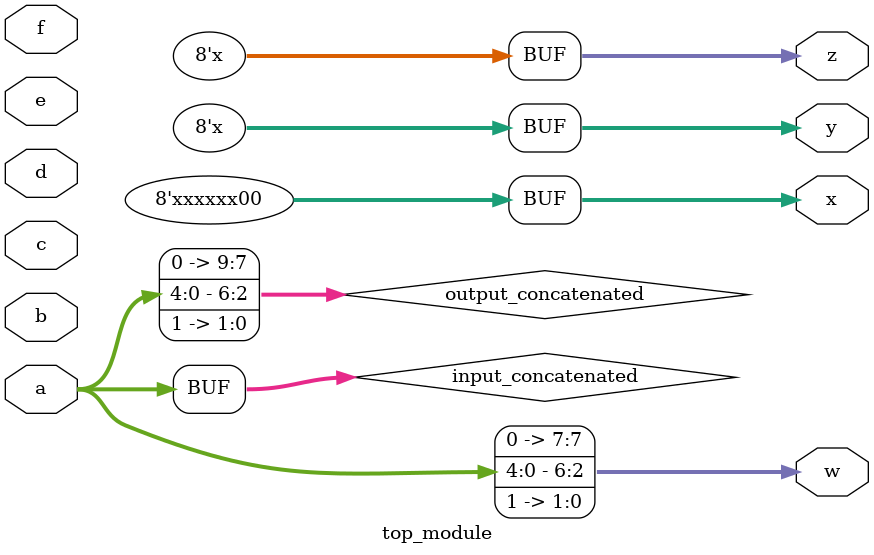
<source format=sv>
module top_module (
	input [4:0] a,
	input [4:0] b,
	input [4:0] c,
	input [4:0] d,
	input [4:0] e,
	input [4:0] f,
	output [7:0] w,
	output [7:0] x,
	output [7:0] y,
	output [7:0] z
);
	
	wire [4:0] input_concatenated;
	assign input_concatenated = {f, e, d, c, b, a}; 
	
	wire [9:0] output_concatenated;
	assign output_concatenated = {input_concatenated, 2'b11};
	
	assign w = output_concatenated[7:0];
	assign x = output_concatenated[15:8];
	assign y = output_concatenated[23:16];
	assign z = output_concatenated[31:24];
	
endmodule

</source>
